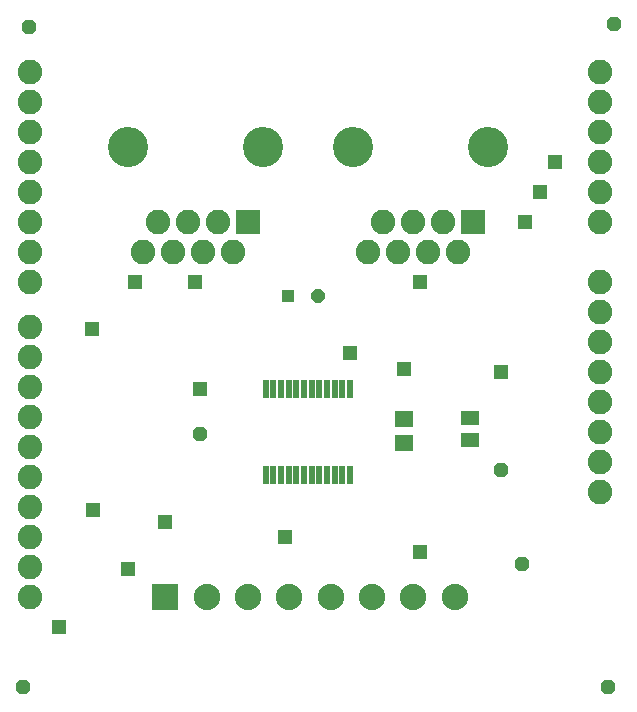
<source format=gts>
G75*
%MOIN*%
%OFA0B0*%
%FSLAX25Y25*%
%IPPOS*%
%LPD*%
%AMOC8*
5,1,8,0,0,1.08239X$1,22.5*
%
%ADD10R,0.05918X0.05524*%
%ADD11C,0.08200*%
%ADD12R,0.08200X0.08200*%
%ADD13C,0.13398*%
%ADD14R,0.02170X0.06300*%
%ADD15R,0.08800X0.08800*%
%ADD16C,0.08800*%
%ADD17R,0.06300X0.04800*%
%ADD18R,0.04762X0.04762*%
%ADD19OC8,0.04369*%
%ADD20R,0.04369X0.04369*%
%ADD21OC8,0.04762*%
D10*
X0145750Y0154024D03*
X0145750Y0162024D03*
D11*
X0143750Y0217524D03*
X0138750Y0227524D03*
X0133750Y0217524D03*
X0148750Y0227524D03*
X0153750Y0217524D03*
X0158750Y0227524D03*
X0163750Y0217524D03*
X0211250Y0227524D03*
X0211250Y0237524D03*
X0211250Y0247524D03*
X0211250Y0257524D03*
X0211250Y0267524D03*
X0211250Y0277524D03*
X0211250Y0207524D03*
X0211250Y0197524D03*
X0211250Y0187524D03*
X0211250Y0177524D03*
X0211250Y0167524D03*
X0211250Y0157524D03*
X0211250Y0147524D03*
X0211250Y0137524D03*
X0088750Y0217524D03*
X0083750Y0227524D03*
X0078750Y0217524D03*
X0073750Y0227524D03*
X0068750Y0217524D03*
X0063750Y0227524D03*
X0058750Y0217524D03*
X0021250Y0217524D03*
X0021250Y0227524D03*
X0021250Y0237524D03*
X0021250Y0247524D03*
X0021250Y0257524D03*
X0021250Y0267524D03*
X0021250Y0277524D03*
X0021250Y0207524D03*
X0021250Y0192524D03*
X0021250Y0182524D03*
X0021250Y0172524D03*
X0021250Y0162524D03*
X0021250Y0152524D03*
X0021250Y0142524D03*
X0021250Y0132524D03*
X0021250Y0122524D03*
X0021250Y0112524D03*
X0021250Y0102524D03*
D12*
X0093750Y0227524D03*
X0168750Y0227524D03*
D13*
X0173750Y0252524D03*
X0128750Y0252524D03*
X0098750Y0252524D03*
X0053750Y0252524D03*
D14*
X0099675Y0171917D03*
X0102234Y0171917D03*
X0104793Y0171917D03*
X0107352Y0171917D03*
X0109911Y0171917D03*
X0112470Y0171917D03*
X0115030Y0171917D03*
X0117589Y0171917D03*
X0120148Y0171917D03*
X0122707Y0171917D03*
X0125266Y0171917D03*
X0127825Y0171917D03*
X0127825Y0143130D03*
X0125266Y0143130D03*
X0122707Y0143130D03*
X0120148Y0143130D03*
X0117589Y0143130D03*
X0115030Y0143130D03*
X0112470Y0143130D03*
X0109911Y0143130D03*
X0107352Y0143130D03*
X0104793Y0143130D03*
X0102234Y0143130D03*
X0099675Y0143130D03*
D15*
X0066250Y0102524D03*
D16*
X0080030Y0102524D03*
X0093809Y0102524D03*
X0107589Y0102524D03*
X0121368Y0102524D03*
X0135148Y0102524D03*
X0148927Y0102524D03*
X0162707Y0102524D03*
D17*
X0167750Y0154824D03*
X0167750Y0162224D03*
D18*
X0178250Y0177524D03*
X0151250Y0207524D03*
X0145750Y0178524D03*
X0127750Y0184024D03*
X0106250Y0122524D03*
X0077750Y0172024D03*
X0076250Y0207524D03*
X0056250Y0207524D03*
X0041750Y0192024D03*
X0042250Y0131524D03*
X0053750Y0112024D03*
X0066250Y0127524D03*
X0030750Y0092524D03*
X0151250Y0117524D03*
X0186250Y0227524D03*
X0191250Y0237524D03*
X0196250Y0247524D03*
D19*
X0117250Y0203024D03*
D20*
X0107250Y0203024D03*
D21*
X0018750Y0072524D03*
X0077750Y0157024D03*
X0178250Y0145024D03*
X0185250Y0113524D03*
X0213750Y0072524D03*
X0215750Y0293524D03*
X0020750Y0292524D03*
M02*

</source>
